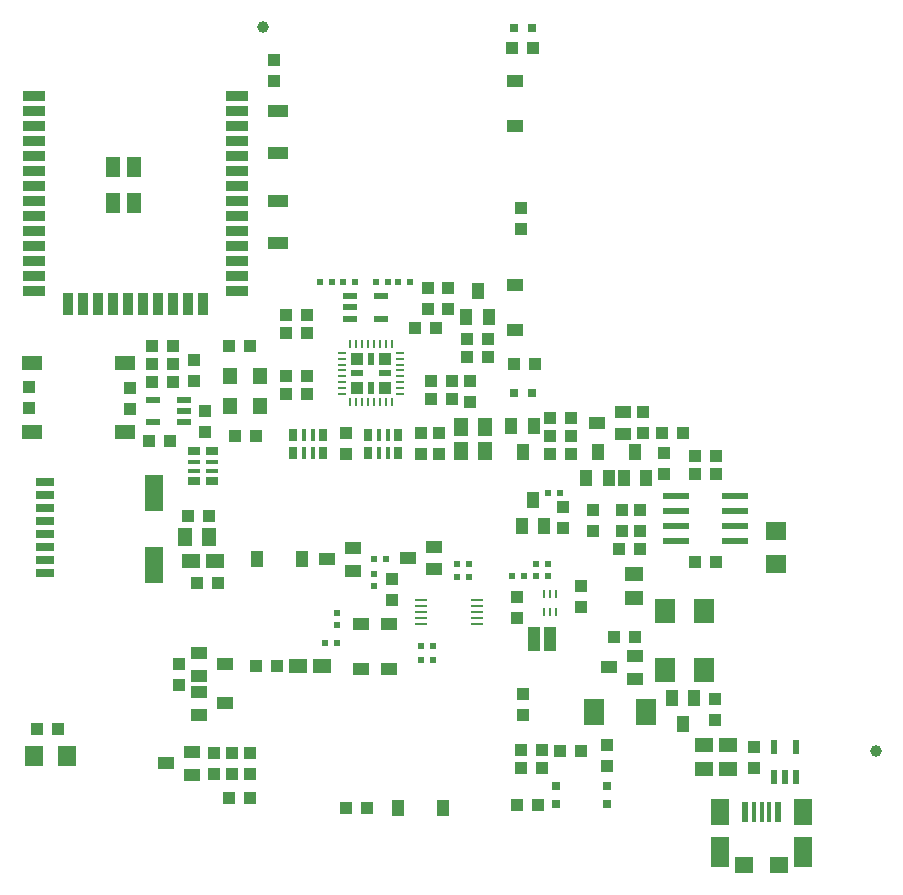
<source format=gbr>
%TF.GenerationSoftware,KiCad,Pcbnew,7.0.9-7.0.9~ubuntu22.04.1*%
%TF.CreationDate,2025-05-12T16:08:44+03:00*%
%TF.ProjectId,ESP32-EVB_Rev_L,45535033-322d-4455-9642-5f5265765f4c,L*%
%TF.SameCoordinates,PX425f360PY872a8a0*%
%TF.FileFunction,Paste,Top*%
%TF.FilePolarity,Positive*%
%FSLAX46Y46*%
G04 Gerber Fmt 4.6, Leading zero omitted, Abs format (unit mm)*
G04 Created by KiCad (PCBNEW 7.0.9-7.0.9~ubuntu22.04.1) date 2025-05-12 16:08:44*
%MOMM*%
%LPD*%
G01*
G04 APERTURE LIST*
%ADD10R,2.200000X0.600000*%
%ADD11R,1.016000X0.635000*%
%ADD12R,1.016000X0.381000*%
%ADD13R,0.635000X1.016000*%
%ADD14R,0.381000X1.016000*%
%ADD15R,1.900000X0.900000*%
%ADD16R,0.900000X1.900000*%
%ADD17R,1.200000X1.800000*%
%ADD18R,1.800000X1.300000*%
%ADD19R,1.016000X1.016000*%
%ADD20R,1.270000X1.524000*%
%ADD21R,1.200000X1.400000*%
%ADD22R,1.400000X1.000000*%
%ADD23R,1.700000X2.000000*%
%ADD24R,1.000000X1.400000*%
%ADD25R,0.800000X0.800000*%
%ADD26R,1.000000X1.000000*%
%ADD27R,0.600000X1.000000*%
%ADD28R,1.000000X0.600000*%
%ADD29R,0.780000X0.230000*%
%ADD30R,0.230000X0.780000*%
%ADD31R,1.500000X3.100000*%
%ADD32R,1.500000X0.800000*%
%ADD33R,1.778000X1.016000*%
%ADD34R,1.778000X1.524000*%
%ADD35R,1.524000X1.778000*%
%ADD36R,1.524000X1.270000*%
%ADD37R,1.778000X2.286000*%
%ADD38R,0.550000X1.200000*%
%ADD39R,1.200000X0.550000*%
%ADD40R,0.500000X0.550000*%
%ADD41R,0.600000X1.700000*%
%ADD42R,0.400000X1.700000*%
%ADD43R,1.500000X2.250000*%
%ADD44R,1.500000X2.500000*%
%ADD45R,1.500000X1.400000*%
%ADD46R,0.230000X0.750000*%
%ADD47R,0.550000X0.500000*%
%ADD48R,0.980000X0.230000*%
%ADD49C,1.000000*%
%ADD50R,1.100000X2.000000*%
G04 APERTURE END LIST*
D10*
%TO.C,U6*%
X56174000Y33274000D03*
X56174000Y32004000D03*
X56174000Y30734000D03*
X56174000Y29464000D03*
X61174000Y29464000D03*
X61174000Y30734000D03*
X61174000Y32004000D03*
X61174000Y33274000D03*
%TD*%
D11*
%TO.C,RM1*%
X15367000Y37084000D03*
X16891000Y37084000D03*
D12*
X15367000Y36195000D03*
X16891000Y36195000D03*
X15367000Y35433000D03*
X16891000Y35433000D03*
D11*
X15367000Y34544000D03*
X16891000Y34544000D03*
%TD*%
D13*
%TO.C,RM2*%
X23749000Y36957000D03*
X23749000Y38481000D03*
D14*
X24638000Y36957000D03*
X24638000Y38481000D03*
X25400000Y36957000D03*
X25400000Y38481000D03*
D13*
X26289000Y36957000D03*
X26289000Y38481000D03*
%TD*%
%TO.C,RM3*%
X32639000Y38481000D03*
X32639000Y36957000D03*
D14*
X31750000Y38481000D03*
X31750000Y36957000D03*
X30988000Y38481000D03*
X30988000Y36957000D03*
D13*
X30099000Y38481000D03*
X30099000Y36957000D03*
%TD*%
D15*
%TO.C,U3*%
X1814000Y67159000D03*
X1814000Y65889000D03*
X1814000Y64619000D03*
X1814000Y63349000D03*
X1814000Y62079000D03*
X1814000Y60809000D03*
X1814000Y59539000D03*
X1814000Y58269000D03*
X1814000Y56999000D03*
X1814000Y55729000D03*
X1814000Y54459000D03*
X1814000Y53189000D03*
X1814000Y51919000D03*
X1814000Y50649000D03*
D16*
X4714000Y49549000D03*
X5984000Y49549000D03*
X7254000Y49549000D03*
D17*
X8514000Y61149000D03*
X8514000Y58149000D03*
D16*
X8524000Y49549000D03*
X9794000Y49549000D03*
D17*
X10314000Y61149000D03*
X10314000Y58149000D03*
D16*
X11064000Y49549000D03*
X12334000Y49549000D03*
X13604000Y49549000D03*
X14874000Y49549000D03*
X16144000Y49549000D03*
D15*
X19014000Y67159000D03*
X19014000Y65889000D03*
X19014000Y64619000D03*
X19014000Y63349000D03*
X19014000Y62079000D03*
X19014000Y60809000D03*
X19014000Y59539000D03*
X19014000Y58269000D03*
X19014000Y56999000D03*
X19014000Y55729000D03*
X19014000Y54459000D03*
X19014000Y53189000D03*
X19014000Y51919000D03*
X19014000Y50649000D03*
%TD*%
D18*
%TO.C,BUT1*%
X9525000Y44577000D03*
X1651000Y44577000D03*
%TD*%
%TO.C,RST1*%
X9525000Y38735000D03*
X1651000Y38735000D03*
%TD*%
D19*
%TO.C,C5*%
X20574000Y18923000D03*
X22352000Y18923000D03*
%TD*%
%TO.C,C8*%
X36068000Y36830000D03*
X36068000Y38608000D03*
%TD*%
%TO.C,C9*%
X34544000Y36830000D03*
X34544000Y38608000D03*
%TD*%
D20*
%TO.C,C10*%
X14605000Y29845000D03*
X16637000Y29845000D03*
%TD*%
D19*
%TO.C,C13*%
X28194000Y38608000D03*
X28194000Y36830000D03*
%TD*%
%TO.C,C15*%
X24892000Y47117000D03*
X23114000Y47117000D03*
%TD*%
%TO.C,C16*%
X24892000Y41910000D03*
X23114000Y41910000D03*
%TD*%
%TO.C,C17*%
X24892000Y43434000D03*
X23114000Y43434000D03*
%TD*%
%TO.C,C18*%
X37211000Y43053000D03*
X35433000Y43053000D03*
%TD*%
D21*
%TO.C,CR1*%
X20955000Y40894000D03*
X20955000Y43434000D03*
X18415000Y43434000D03*
X18415000Y40894000D03*
%TD*%
D22*
%TO.C,D1*%
X42545000Y47376000D03*
X42545000Y51176000D03*
%TD*%
%TO.C,D3*%
X42545000Y64648000D03*
X42545000Y68448000D03*
%TD*%
D23*
%TO.C,D4*%
X55245000Y23582000D03*
X55245000Y18582000D03*
%TD*%
D24*
%TO.C,D5*%
X32644000Y6858000D03*
X36444000Y6858000D03*
%TD*%
D22*
%TO.C,FET1*%
X52669440Y17846040D03*
X52669440Y19748500D03*
X50459640Y18793460D03*
%TD*%
D20*
%TO.C,L3*%
X37973000Y37084000D03*
X37973000Y39116000D03*
%TD*%
D25*
%TO.C,LED1*%
X43942000Y42037000D03*
X42418000Y42037000D03*
%TD*%
%TO.C,LED2*%
X43942000Y72898000D03*
X42418000Y72898000D03*
%TD*%
D22*
%TO.C,Q1*%
X51653440Y38547040D03*
X51653440Y40449500D03*
X49443640Y39494460D03*
%TD*%
D24*
%TO.C,Q2*%
X38420040Y48422560D03*
X40322500Y48422560D03*
X39367460Y50632360D03*
%TD*%
D19*
%TO.C,R3*%
X44196000Y44450000D03*
X42418000Y44450000D03*
%TD*%
%TO.C,R5*%
X40259000Y45085000D03*
X38481000Y45085000D03*
%TD*%
%TO.C,R6*%
X40259000Y46609000D03*
X38481000Y46609000D03*
%TD*%
%TO.C,R11*%
X44069000Y71247000D03*
X42291000Y71247000D03*
%TD*%
%TO.C,R14*%
X11811000Y45974000D03*
X13589000Y45974000D03*
%TD*%
%TO.C,R16*%
X13335000Y37973000D03*
X11557000Y37973000D03*
%TD*%
%TO.C,R18*%
X18288000Y7747000D03*
X20066000Y7747000D03*
%TD*%
%TO.C,R21*%
X20066000Y9779000D03*
X20066000Y11557000D03*
%TD*%
%TO.C,R23*%
X29972000Y6858000D03*
X28194000Y6858000D03*
%TD*%
%TO.C,R26*%
X22098000Y68453000D03*
X22098000Y70231000D03*
%TD*%
%TO.C,R27*%
X43053000Y57658000D03*
X43053000Y55880000D03*
%TD*%
%TO.C,R29*%
X17399000Y25908000D03*
X15621000Y25908000D03*
%TD*%
%TO.C,R34*%
X18796000Y38354000D03*
X20574000Y38354000D03*
%TD*%
%TO.C,R36*%
X18288000Y45974000D03*
X20066000Y45974000D03*
%TD*%
%TO.C,R38*%
X35433000Y41529000D03*
X37211000Y41529000D03*
%TD*%
%TO.C,R39*%
X24892000Y48641000D03*
X23114000Y48641000D03*
%TD*%
D26*
%TO.C,U4*%
X31553000Y44888000D03*
D27*
X30353000Y44888000D03*
D26*
X29153000Y44888000D03*
D28*
X31553000Y43688000D03*
X29153000Y43688000D03*
D26*
X31553000Y42488000D03*
D27*
X30353000Y42488000D03*
D26*
X29153000Y42488000D03*
D29*
X27903000Y45438000D03*
X27903000Y44938000D03*
X27903000Y44438000D03*
X27903000Y43938000D03*
X27903000Y43438000D03*
X27903000Y42938000D03*
X27903000Y42438000D03*
X27903000Y41938000D03*
D30*
X28603000Y41238000D03*
X29103000Y41238000D03*
X29603000Y41238000D03*
X30103000Y41238000D03*
X30603000Y41238000D03*
X31103000Y41238000D03*
X31603000Y41238000D03*
X32103000Y41238000D03*
D29*
X32803000Y41938000D03*
X32803000Y42438000D03*
X32803000Y42938000D03*
X32803000Y43438000D03*
X32803000Y43938000D03*
X32803000Y44438000D03*
X32803000Y44938000D03*
X32803000Y45438000D03*
D30*
X32103000Y46138000D03*
X31603000Y46138000D03*
X31103000Y46138000D03*
X30603000Y46138000D03*
X30103000Y46138000D03*
X29603000Y46138000D03*
X29103000Y46138000D03*
X28603000Y46138000D03*
%TD*%
D31*
%TO.C,MICRO_SD1*%
X11981000Y27457000D03*
X11981000Y33517000D03*
D32*
X2731000Y34457000D03*
X2731000Y33357000D03*
X2731000Y32257000D03*
X2731000Y31157000D03*
X2731000Y30057000D03*
X2731000Y28957000D03*
X2731000Y27857000D03*
X2731000Y26757000D03*
%TD*%
D33*
%TO.C,C19*%
X22479000Y58293000D03*
X22479000Y54737000D03*
%TD*%
%TO.C,C20*%
X22479000Y62357000D03*
X22479000Y65913000D03*
%TD*%
D19*
%TO.C,R4*%
X50292000Y10414000D03*
X50292000Y12192000D03*
%TD*%
%TO.C,C25*%
X51562000Y32131000D03*
X51562000Y30353000D03*
%TD*%
%TO.C,C27*%
X2032000Y13589000D03*
X3810000Y13589000D03*
%TD*%
D23*
%TO.C,D6*%
X58547000Y18582000D03*
X58547000Y23582000D03*
%TD*%
D24*
%TO.C,FET2*%
X57718960Y16220440D03*
X55816500Y16220440D03*
X56771540Y14010640D03*
%TD*%
D22*
%TO.C,Q7*%
X15204440Y9718040D03*
X15204440Y11620500D03*
X12994640Y10665460D03*
%TD*%
D19*
%TO.C,R30*%
X59436000Y16129000D03*
X59436000Y14351000D03*
%TD*%
%TO.C,R45*%
X13589000Y44450000D03*
X11811000Y44450000D03*
%TD*%
D34*
%TO.C,R47*%
X64643000Y27559000D03*
X64643000Y30353000D03*
%TD*%
D19*
%TO.C,R48*%
X59563000Y35179000D03*
X57785000Y35179000D03*
%TD*%
%TO.C,R49*%
X59563000Y36703000D03*
X57785000Y36703000D03*
%TD*%
D35*
%TO.C,R53*%
X1778000Y11303000D03*
X4572000Y11303000D03*
%TD*%
D19*
%TO.C,R54*%
X15367000Y43053000D03*
X15367000Y44831000D03*
%TD*%
%TO.C,R55*%
X18542000Y11557000D03*
X18542000Y9779000D03*
%TD*%
%TO.C,R56*%
X17018000Y11557000D03*
X17018000Y9779000D03*
%TD*%
D36*
%TO.C,C3*%
X52578000Y24638000D03*
X52578000Y26670000D03*
%TD*%
D19*
%TO.C,R44*%
X14097000Y19050000D03*
X14097000Y17272000D03*
%TD*%
D37*
%TO.C,D2*%
X53612000Y14986000D03*
X49258000Y14986000D03*
%TD*%
D19*
%TO.C,C29*%
X47244000Y39878000D03*
X45466000Y39878000D03*
%TD*%
%TO.C,R50*%
X47244000Y36830000D03*
X45466000Y36830000D03*
%TD*%
%TO.C,R51*%
X47244000Y38354000D03*
X45466000Y38354000D03*
%TD*%
%TO.C,C12*%
X38735000Y41275000D03*
X38735000Y43053000D03*
%TD*%
D24*
%TO.C,FET3*%
X44129960Y39207440D03*
X42227500Y39207440D03*
X43182540Y36997640D03*
%TD*%
D20*
%TO.C,L5*%
X40005000Y39116000D03*
X40005000Y37084000D03*
%TD*%
D19*
%TO.C,R2*%
X53340000Y40386000D03*
X53340000Y38608000D03*
%TD*%
D38*
%TO.C,U1*%
X64455000Y9495000D03*
X65405000Y9495000D03*
X66355000Y9495000D03*
X66355000Y12095000D03*
X64455000Y12095000D03*
%TD*%
D19*
%TO.C,R8*%
X62738000Y10287000D03*
X62738000Y12065000D03*
%TD*%
D36*
%TO.C,C1*%
X58547000Y12192000D03*
X58547000Y10160000D03*
%TD*%
%TO.C,C2*%
X60579000Y12192000D03*
X60579000Y10160000D03*
%TD*%
D19*
%TO.C,C14*%
X34036000Y47498000D03*
X35814000Y47498000D03*
%TD*%
%TO.C,R10*%
X44831000Y11811000D03*
X43053000Y11811000D03*
%TD*%
%TO.C,R9*%
X44831000Y10287000D03*
X43053000Y10287000D03*
%TD*%
%TO.C,C30*%
X44450000Y7112000D03*
X42672000Y7112000D03*
%TD*%
D22*
%TO.C,U9*%
X15791000Y16698000D03*
X15791000Y14798000D03*
X17991000Y15748000D03*
%TD*%
D19*
%TO.C,R24*%
X16256000Y38735000D03*
X16256000Y40513000D03*
%TD*%
%TO.C,C28*%
X9906000Y40640000D03*
X9906000Y42418000D03*
%TD*%
%TO.C,C26*%
X53086000Y32131000D03*
X53086000Y30353000D03*
%TD*%
D36*
%TO.C,L1*%
X26162000Y18923000D03*
X24130000Y18923000D03*
%TD*%
D19*
%TO.C,R17*%
X50927000Y21336000D03*
X52705000Y21336000D03*
%TD*%
%TO.C,R22*%
X43180000Y16510000D03*
X43180000Y14732000D03*
%TD*%
%TO.C,R7*%
X48133000Y11684000D03*
X46355000Y11684000D03*
%TD*%
D25*
%TO.C,CHARGE1*%
X45974000Y8763000D03*
X45974000Y7239000D03*
%TD*%
D19*
%TO.C,C31*%
X1397000Y40767000D03*
X1397000Y42545000D03*
%TD*%
D39*
%TO.C,U8*%
X14508000Y39563000D03*
X14508000Y40513000D03*
X14508000Y41463000D03*
X11908000Y41463000D03*
X11908000Y39563000D03*
%TD*%
D19*
%TO.C,R46*%
X11811000Y42926000D03*
X13589000Y42926000D03*
%TD*%
%TO.C,R25*%
X35179000Y49149000D03*
X35179000Y50927000D03*
%TD*%
D25*
%TO.C,PWRLED1*%
X50292000Y7239000D03*
X50292000Y8763000D03*
%TD*%
D22*
%TO.C,U10*%
X15791000Y20000000D03*
X15791000Y18100000D03*
X17991000Y19050000D03*
%TD*%
D19*
%TO.C,R12*%
X57785000Y27686000D03*
X59563000Y27686000D03*
%TD*%
%TO.C,R13*%
X51308000Y28829000D03*
X53086000Y28829000D03*
%TD*%
%TO.C,R15*%
X49149000Y30353000D03*
X49149000Y32131000D03*
%TD*%
D40*
%TO.C,R33*%
X30734000Y51435000D03*
X31750000Y51435000D03*
%TD*%
D19*
%TO.C,C11*%
X36830000Y50927000D03*
X36830000Y49149000D03*
%TD*%
D40*
%TO.C,R32*%
X33655000Y51435000D03*
X32639000Y51435000D03*
%TD*%
%TO.C,R31*%
X26035000Y51435000D03*
X27051000Y51435000D03*
%TD*%
%TO.C,R28*%
X28956000Y51435000D03*
X27940000Y51435000D03*
%TD*%
D19*
%TO.C,R43*%
X16637000Y31623000D03*
X14859000Y31623000D03*
%TD*%
D36*
%TO.C,L4*%
X17145000Y27813000D03*
X15113000Y27813000D03*
%TD*%
D24*
%TO.C,D10*%
X43119000Y30734000D03*
X45019000Y30734000D03*
X44069000Y32934000D03*
%TD*%
D19*
%TO.C,R52*%
X46609000Y32385000D03*
X46609000Y30607000D03*
%TD*%
D40*
%TO.C,R58*%
X45339000Y33528000D03*
X46355000Y33528000D03*
%TD*%
D24*
%TO.C,U11*%
X51755000Y34841000D03*
X53655000Y34841000D03*
X52705000Y37041000D03*
%TD*%
%TO.C,FET4*%
X48580040Y34833560D03*
X50482500Y34833560D03*
X49527460Y37043360D03*
%TD*%
D19*
%TO.C,C32*%
X55118000Y35179000D03*
X55118000Y36957000D03*
%TD*%
%TO.C,R1*%
X56769000Y38608000D03*
X54991000Y38608000D03*
%TD*%
D41*
%TO.C,USB-UART1*%
X64804000Y6579000D03*
D42*
X64054000Y6579000D03*
X63404000Y6579000D03*
X62754000Y6579000D03*
D41*
X62004000Y6579000D03*
D43*
X66904000Y6554000D03*
X59904000Y6554000D03*
D44*
X66904000Y3179000D03*
X59904000Y3179000D03*
D45*
X64904000Y2029000D03*
X61904000Y2029000D03*
%TD*%
D39*
%TO.C,TVS1*%
X28545000Y50226000D03*
X28545000Y49276000D03*
X28545000Y48326000D03*
X31145000Y48326000D03*
X31145000Y50226000D03*
%TD*%
D40*
%TO.C,C39*%
X45339000Y26543000D03*
X44323000Y26543000D03*
%TD*%
%TO.C,R73*%
X45339000Y27559000D03*
X44323000Y27559000D03*
%TD*%
%TO.C,R70*%
X37592000Y26416000D03*
X38608000Y26416000D03*
%TD*%
D46*
%TO.C,U2*%
X45966000Y25032000D03*
X45466000Y25032000D03*
X44966000Y25032000D03*
X45966000Y23482000D03*
X45466000Y23482000D03*
X44966000Y23482000D03*
%TD*%
D47*
%TO.C,R69*%
X30607000Y26670000D03*
X30607000Y25654000D03*
%TD*%
D22*
%TO.C,D15*%
X29464000Y22474000D03*
X29464000Y18674000D03*
%TD*%
D40*
%TO.C,R71*%
X38608000Y27559000D03*
X37592000Y27559000D03*
%TD*%
D19*
%TO.C,C35*%
X32131000Y24511000D03*
X32131000Y26289000D03*
%TD*%
D47*
%TO.C,R66*%
X27432000Y23368000D03*
X27432000Y22352000D03*
%TD*%
D40*
%TO.C,C36*%
X34544000Y20574000D03*
X35560000Y20574000D03*
%TD*%
D22*
%TO.C,D16*%
X31877000Y18674000D03*
X31877000Y22474000D03*
%TD*%
D48*
%TO.C,U5*%
X39357000Y22495000D03*
X39357000Y22995000D03*
X39357000Y23495000D03*
X39357000Y23995000D03*
X39357000Y24495000D03*
X34557000Y24495000D03*
X34557000Y23995000D03*
X34557000Y23495000D03*
X34557000Y22995000D03*
X34557000Y22495000D03*
%TD*%
D49*
%TO.C,FID5*%
X21204000Y73032000D03*
%TD*%
D50*
%TO.C,L7*%
X44131000Y21209000D03*
X45531000Y21209000D03*
%TD*%
D40*
%TO.C,R75*%
X43307000Y26543000D03*
X42291000Y26543000D03*
%TD*%
%TO.C,R67*%
X35560000Y19431000D03*
X34544000Y19431000D03*
%TD*%
D22*
%TO.C,Q10*%
X35651440Y27117040D03*
X35651440Y29019500D03*
X33441640Y28064460D03*
%TD*%
D40*
%TO.C,R72*%
X31623000Y27940000D03*
X30607000Y27940000D03*
%TD*%
D22*
%TO.C,Q9*%
X28793440Y26990040D03*
X28793440Y28892500D03*
X26583640Y27937460D03*
%TD*%
D19*
%TO.C,C38*%
X42672000Y22987000D03*
X42672000Y24765000D03*
%TD*%
%TO.C,C37*%
X48133000Y23876000D03*
X48133000Y25654000D03*
%TD*%
D24*
%TO.C,D17*%
X24506000Y27940000D03*
X20706000Y27940000D03*
%TD*%
D40*
%TO.C,R68*%
X27432000Y20828000D03*
X26416000Y20828000D03*
%TD*%
D49*
%TO.C,FID4*%
X73104000Y11732000D03*
%TD*%
M02*

</source>
